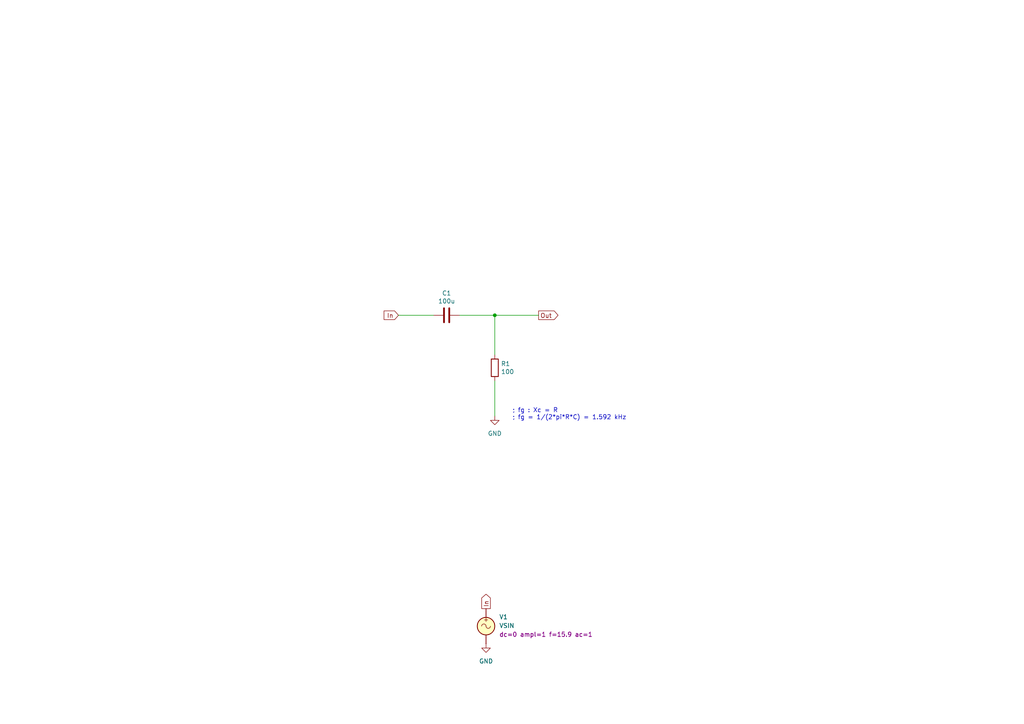
<source format=kicad_sch>
(kicad_sch (version 20250114) (generator "eeschema") (generator_version "9.0")
  (paper "A4")
  (title_block (title "RC Highpass") (date "2025-09-13") (company "GitHub/OJStuff"))
  (lib_symbols
    (symbol "Device:C" (pin_numbers (hide yes)) (pin_names (offset 0.254))
      (property "Reference" "C" (at 0.635 2.54 0))
      (property "Value" "C" (at 0.635 -2.54 0))
      (symbol "C_0_1"
        (polyline (pts (xy -2.032 0.762) (xy 2.032 0.762)) (stroke (width 0.508)))
        (polyline (pts (xy -2.032 -0.762) (xy 2.032 -0.762)) (stroke (width 0.508)))
      )
      (symbol "C_1_1"
        (pin passive line (at 0 3.81 270) (length 2.794) (name "~") (number "1"))
        (pin passive line (at 0 -3.81 90) (length 2.794) (name "~") (number "2"))
      )
    )
    (symbol "Device:R" (pin_numbers (hide yes)) (pin_names (offset 0))
      (property "Reference" "R" (at 2.032 0 90))
      (property "Value" "R" (at 0 0 90))
      (symbol "R_0_1"
        (rectangle (start -1.016 -2.54) (end 1.016 2.54) (stroke (width 0.254)))
      )
      (symbol "R_1_1"
        (pin passive line (at 0 3.81 270) (length 1.27) (name "~") (number "1"))
        (pin passive line (at 0 -3.81 90) (length 1.27) (name "~") (number "2"))
      )
    )
    (symbol "VSIN_1" (pin_numbers (hide yes)) (pin_names (offset 0.0254))
      (property "Reference" "V" (at 2.54 2.54 0))
      (property "Value" "VSIN" (at 2.54 0 0))
      (property "Sim.Params" "dc=0 ampl=1 f=1k ac=1" (at 2.54 -2.54 0))
      (symbol "VSIN_1_0_0"
        (arc (start -1.27 0) (mid -0.635 0.6323) (end 0 0))
        (arc (start 1.27 0) (mid 0.635 -0.6323) (end 0 0))
        (text "+" (at 0 1.905 0) (effects (font (size 1.27 1.27))))
      )
      (symbol "VSIN_1_0_1"
        (circle (center 0 0) (radius 2.54) (stroke (width 0.254)) (fill (type background)))
      )
      (symbol "VSIN_1_1_1"
        (pin passive line (at 0 5.08 270) (length 2.54) (name "~") (number "1"))
        (pin passive line (at 0 -5.08 90) (length 2.54) (name "~") (number "2"))
      )
    )
    (symbol "power:GND" (power) (pin_numbers (hide yes)) (pin_names (offset 0) (hide yes))
      (property "Value" "GND" (at 0 -3.81 0))
      (symbol "GND_0_1"
        (polyline (pts (xy 0 0) (xy 0 -1.27) (xy 1.27 -1.27) (xy 0 -2.54) (xy -1.27 -1.27) (xy 0 -1.27)))
      )
      (symbol "GND_1_1"
        (pin power_in line (at 0 0 270) (length 0) (name "~") (number "1"))
      )
    )
  )
  (text "; fg : Xc = R\n; fg = 1/(2*pi*R*C) = 1.592 kHz" (at 148.59 121.92 0) (effects (font (size 1.27 1.27)) (justify left bottom)))
  (junction (at 143.51 91.44))
  (wire (pts (xy 143.51 91.44) (xy 156.21 91.44)))
  (wire (pts (xy 143.51 91.44) (xy 143.51 102.87)))
  (wire (pts (xy 115.57 91.44) (xy 125.73 91.44)))
  (wire (pts (xy 143.51 110.49) (xy 143.51 120.65)))
  (wire (pts (xy 133.35 91.44) (xy 143.51 91.44)))
  (global_label "In" (shape input) (at 115.57 91.44 180) (property "Intersheetrefs" "${INTERSHEET_REFS}" (effects (hide yes))))
  (global_label "Out" (shape output) (at 156.21 91.44 0) (property "Intersheetrefs" "${INTERSHEET_REFS}" (effects (hide yes))))
  (global_label "In" (shape output) (at 140.97 176.53 90) (property "Intersheetrefs" "${INTERSHEET_REFS}" (effects (hide yes))))
  (symbol (lib_name "VSIN_1") (lib_id "Simulation_SPICE:VSIN") (at 140.97 181.61 0) (unit 1)
    (property "Reference" "V1" (at 144.78 178.9401 0) (effects (justify left)))
    (property "Value" "VSIN" (at 144.78 181.4801 0) (effects (justify left)))
    (property "Datasheet" "https://ngspice.sourceforge.io/docs/ngspice-html-manual/manual.xhtml#sec_Independent_Sources_for" (effects (hide yes)))
    (property "Description" "Voltage source, sinusoidal" (effects (hide yes)))
    (property "Sim.Pins" "1=+ 2=-" (effects (hide yes)))
    (property "Sim.Params" "dc=0 ampl=1 f=15.9 ac=1" (at 144.78 184.0201 0) (effects (justify left)))
    (property "Sim.Type" "SIN" (effects (hide yes)))
    (property "Sim.Device" "V" (effects (hide yes)))
  )
  (symbol (lib_id "Device:R") (at 143.51 106.68 0) (unit 1)
    (property "Reference" "R1" (at 145.288 105.5116 0) (effects (justify left)))
    (property "Value" "100" (at 145.288 107.823 0) (effects (justify left)))
  )
  (symbol (lib_id "power:GND") (at 140.97 186.69 0) (unit 1)
    (property "Reference" "#PWR01" (effects (hide yes)))
    (property "Value" "GND" (at 140.97 191.77 0))
    (property "Description" "Power symbol creates a global label with name \"GND\" , ground" (effects (hide yes)))
  )
  (symbol (lib_id "Device:C") (at 129.54 91.44 270) (unit 1)
    (property "Reference" "C1" (at 129.54 85.0392 90))
    (property "Value" "100u" (at 129.54 87.3506 90))
  )
  (symbol (lib_id "power:GND") (at 143.51 120.65 0) (unit 1)
    (property "Reference" "#PWR02" (effects (hide yes)))
    (property "Value" "GND" (at 143.51 125.73 0))
    (property "Description" "Power symbol creates a global label with name \"GND\" , ground" (effects (hide yes)))
  )
)
</source>
